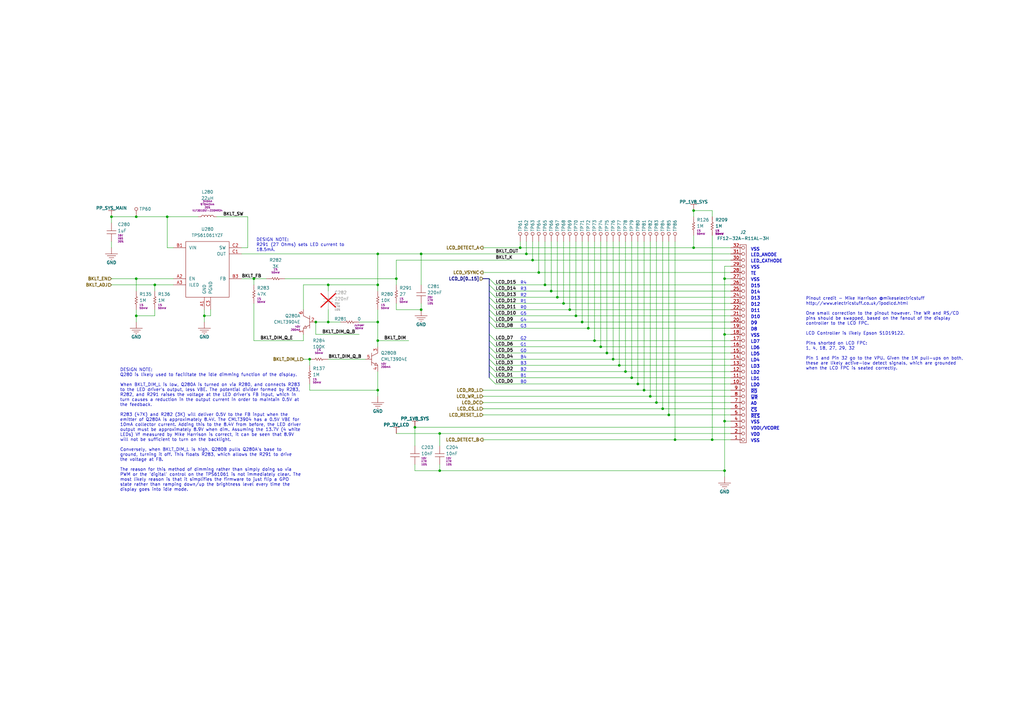
<source format=kicad_sch>
(kicad_sch (version 20231120) (generator "eeschema") (generator_version "8.0")
  (paper "A3")
  (title_block (title "iPod Video Main Board") (date "2025-04-19") (rev "A") (comment 1 "820-1975") (comment 2 "A"))
  (junction (at 154.94 116.84))
  (junction (at 180.34 177.8))
  (junction (at 172.72 127))
  (junction (at 274.32 170.18))
  (junction (at 297.18 137.16))
  (junction (at 55.88 114.3))
  (junction (at 238.76 132.08))
  (junction (at 243.84 139.7))
  (junction (at 264.16 160.02))
  (junction (at 236.22 129.54))
  (junction (at 248.92 144.78))
  (junction (at 223.52 116.84))
  (junction (at 213.36 101.6))
  (junction (at 68.58 88.9))
  (junction (at 266.7 162.56))
  (junction (at 284.48 86.36))
  (junction (at 261.62 157.48))
  (junction (at 172.72 104.14))
  (junction (at 269.24 165.1))
  (junction (at 284.48 101.6))
  (junction (at 154.94 104.14))
  (junction (at 127 147.32))
  (junction (at 162.56 114.3))
  (junction (at 129.54 132.08))
  (junction (at 246.38 142.24))
  (junction (at 63.5 116.84))
  (junction (at 218.44 106.68))
  (junction (at 297.18 172.72))
  (junction (at 254 149.86))
  (junction (at 55.88 88.9))
  (junction (at 241.3 134.62))
  (junction (at 215.9 104.14))
  (junction (at 55.88 129.54))
  (junction (at 256.54 152.4))
  (junction (at 45.72 88.9))
  (junction (at 271.78 167.64))
  (junction (at 259.08 154.94))
  (junction (at 276.86 180.34))
  (junction (at 134.62 116.84))
  (junction (at 154.94 132.08))
  (junction (at 154.94 139.7))
  (junction (at 134.62 132.08))
  (junction (at 154.94 160.02))
  (junction (at 83.82 129.54))
  (junction (at 228.6 121.92))
  (junction (at 180.34 193.04))
  (junction (at 104.14 114.3))
  (junction (at 220.98 111.76))
  (junction (at 292.1 180.34))
  (junction (at 297.18 114.3))
  (junction (at 231.14 124.46))
  (junction (at 170.18 175.26))
  (junction (at 251.46 147.32))
  (junction (at 233.68 127))
  (junction (at 226.06 119.38))
  (junction (at 297.18 193.04))
  (bus_entry (at 203.2 127) (size -2.54 -2.54))
  (bus_entry (at 203.2 157.48) (size -2.54 -2.54))
  (bus_entry (at 203.2 116.84) (size -2.54 -2.54))
  (bus_entry (at 203.2 121.92) (size -2.54 -2.54))
  (bus_entry (at 203.2 129.54) (size -2.54 -2.54))
  (bus_entry (at 203.2 124.46) (size -2.54 -2.54))
  (bus_entry (at 203.2 134.62) (size -2.54 -2.54))
  (bus_entry (at 203.2 154.94) (size -2.54 -2.54))
  (bus_entry (at 203.2 144.78) (size -2.54 -2.54))
  (bus_entry (at 203.2 132.08) (size -2.54 -2.54))
  (bus_entry (at 203.2 139.7) (size -2.54 -2.54))
  (bus_entry (at 203.2 152.4) (size -2.54 -2.54))
  (bus_entry (at 203.2 142.24) (size -2.54 -2.54))
  (bus_entry (at 203.2 149.86) (size -2.54 -2.54))
  (bus_entry (at 203.2 119.38) (size -2.54 -2.54))
  (bus_entry (at 203.2 147.32) (size -2.54 -2.54))
  (wire (pts (xy 45.72 116.84) (xy 63.5 116.84)))
  (wire (pts (xy 203.2 154.94) (xy 259.08 154.94)))
  (wire (pts (xy 215.9 104.14) (xy 299.72 104.14)))
  (wire (pts (xy 134.62 132.08) (xy 139.7 132.08)))
  (wire (pts (xy 241.3 99.06) (xy 241.3 134.62)))
  (wire (pts (xy 203.2 139.7) (xy 243.84 139.7)))
  (wire (pts (xy 243.84 99.06) (xy 243.84 139.7)))
  (wire (pts (xy 129.54 137.16) (xy 129.54 132.08)))
  (wire (pts (xy 256.54 152.4) (xy 299.72 152.4)))
  (wire (pts (xy 223.52 116.84) (xy 299.72 116.84)))
  (wire (pts (xy 203.2 147.32) (xy 251.46 147.32)))
  (wire (pts (xy 246.38 142.24) (xy 299.72 142.24)))
  (wire (pts (xy 223.52 99.06) (xy 223.52 116.84)))
  (wire (pts (xy 170.18 175.26) (xy 299.72 175.26)))
  (wire (pts (xy 104.14 114.3) (xy 109.22 114.3)))
  (wire (pts (xy 261.62 99.06) (xy 261.62 157.48)))
  (wire (pts (xy 180.34 177.8) (xy 299.72 177.8)))
  (wire (pts (xy 266.7 99.06) (xy 266.7 162.56)))
  (wire (pts (xy 124.46 116.84) (xy 134.62 116.84)))
  (wire (pts (xy 180.34 193.04) (xy 297.18 193.04)))
  (wire (pts (xy 297.18 114.3) (xy 297.18 137.16)))
  (bus (pts (xy 200.66 152.4) (xy 200.66 154.94)))
  (wire (pts (xy 203.2 127) (xy 233.68 127)))
  (wire (pts (xy 271.78 99.06) (xy 271.78 167.64)))
  (wire (pts (xy 228.6 121.92) (xy 299.72 121.92)))
  (wire (pts (xy 233.68 99.06) (xy 233.68 127)))
  (wire (pts (xy 198.12 180.34) (xy 276.86 180.34)))
  (wire (pts (xy 162.56 127) (xy 172.72 127)))
  (wire (pts (xy 297.18 109.22) (xy 297.18 114.3)))
  (wire (pts (xy 203.2 124.46) (xy 231.14 124.46)))
  (wire (pts (xy 127 147.32) (xy 127 149.86)))
  (wire (pts (xy 284.48 88.9) (xy 284.48 86.36)))
  (wire (pts (xy 203.2 129.54) (xy 236.22 129.54)))
  (wire (pts (xy 236.22 129.54) (xy 299.72 129.54)))
  (wire (pts (xy 231.14 124.46) (xy 299.72 124.46)))
  (wire (pts (xy 198.12 101.6) (xy 213.36 101.6)))
  (wire (pts (xy 154.94 162.56) (xy 154.94 160.02)))
  (wire (pts (xy 299.72 180.34) (xy 292.1 180.34)))
  (wire (pts (xy 213.36 101.6) (xy 284.48 101.6)))
  (wire (pts (xy 297.18 137.16) (xy 299.72 137.16)))
  (wire (pts (xy 45.72 88.9) (xy 55.88 88.9)))
  (wire (pts (xy 162.56 106.68) (xy 162.56 114.3)))
  (wire (pts (xy 226.06 99.06) (xy 226.06 119.38)))
  (wire (pts (xy 71.12 101.6) (xy 68.58 101.6)))
  (wire (pts (xy 226.06 119.38) (xy 299.72 119.38)))
  (wire (pts (xy 203.2 121.92) (xy 228.6 121.92)))
  (wire (pts (xy 198.12 170.18) (xy 274.32 170.18)))
  (wire (pts (xy 162.56 177.8) (xy 180.34 177.8)))
  (wire (pts (xy 88.9 88.9) (xy 101.6 88.9)))
  (wire (pts (xy 99.06 104.14) (xy 154.94 104.14)))
  (bus (pts (xy 200.66 114.3) (xy 200.66 116.84)))
  (wire (pts (xy 198.12 160.02) (xy 264.16 160.02)))
  (wire (pts (xy 284.48 101.6) (xy 299.72 101.6)))
  (bus (pts (xy 200.66 152.4) (xy 200.66 149.86)))
  (wire (pts (xy 248.92 99.06) (xy 248.92 144.78)))
  (wire (pts (xy 134.62 147.32) (xy 149.86 147.32)))
  (wire (pts (xy 243.84 139.7) (xy 299.72 139.7)))
  (wire (pts (xy 198.12 111.76) (xy 220.98 111.76)))
  (wire (pts (xy 170.18 175.26) (xy 170.18 182.88)))
  (wire (pts (xy 269.24 99.06) (xy 269.24 165.1)))
  (wire (pts (xy 127 160.02) (xy 154.94 160.02)))
  (wire (pts (xy 104.14 114.3) (xy 104.14 116.84)))
  (wire (pts (xy 264.16 160.02) (xy 299.72 160.02)))
  (wire (pts (xy 203.2 116.84) (xy 223.52 116.84)))
  (wire (pts (xy 297.18 114.3) (xy 299.72 114.3)))
  (wire (pts (xy 213.36 99.06) (xy 213.36 101.6)))
  (bus (pts (xy 200.66 137.16) (xy 200.66 139.7)))
  (wire (pts (xy 104.14 114.3) (xy 99.06 114.3)))
  (wire (pts (xy 170.18 193.04) (xy 180.34 193.04)))
  (wire (pts (xy 134.62 116.84) (xy 154.94 116.84)))
  (wire (pts (xy 264.16 99.06) (xy 264.16 160.02)))
  (wire (pts (xy 55.88 88.9) (xy 68.58 88.9)))
  (wire (pts (xy 147.32 137.16) (xy 129.54 137.16)))
  (bus (pts (xy 200.66 142.24) (xy 200.66 144.78)))
  (wire (pts (xy 228.6 99.06) (xy 228.6 121.92)))
  (bus (pts (xy 200.66 119.38) (xy 200.66 116.84)))
  (wire (pts (xy 154.94 104.14) (xy 154.94 116.84)))
  (wire (pts (xy 129.54 132.08) (xy 134.62 132.08)))
  (wire (pts (xy 45.72 91.44) (xy 45.72 88.9)))
  (bus (pts (xy 200.66 142.24) (xy 200.66 139.7)))
  (bus (pts (xy 200.66 137.16) (xy 200.66 132.08)))
  (wire (pts (xy 154.94 139.7) (xy 167.64 139.7)))
  (bus (pts (xy 200.66 129.54) (xy 200.66 132.08)))
  (wire (pts (xy 198.12 162.56) (xy 266.7 162.56)))
  (wire (pts (xy 274.32 170.18) (xy 299.72 170.18)))
  (wire (pts (xy 101.6 101.6) (xy 101.6 88.9)))
  (wire (pts (xy 147.32 132.08) (xy 154.94 132.08)))
  (wire (pts (xy 154.94 127) (xy 154.94 132.08)))
  (wire (pts (xy 231.14 99.06) (xy 231.14 124.46)))
  (bus (pts (xy 200.66 121.92) (xy 200.66 124.46)))
  (wire (pts (xy 259.08 154.94) (xy 299.72 154.94)))
  (wire (pts (xy 55.88 114.3) (xy 71.12 114.3)))
  (wire (pts (xy 172.72 104.14) (xy 172.72 116.84)))
  (wire (pts (xy 238.76 99.06) (xy 238.76 132.08)))
  (wire (pts (xy 297.18 193.04) (xy 297.18 195.58)))
  (wire (pts (xy 233.68 127) (xy 299.72 127)))
  (wire (pts (xy 251.46 147.32) (xy 299.72 147.32)))
  (wire (pts (xy 63.5 127) (xy 63.5 129.54)))
  (wire (pts (xy 266.7 162.56) (xy 299.72 162.56)))
  (wire (pts (xy 284.48 86.36) (xy 292.1 86.36)))
  (wire (pts (xy 180.34 190.5) (xy 180.34 193.04)))
  (wire (pts (xy 162.56 106.68) (xy 218.44 106.68)))
  (wire (pts (xy 284.48 96.52) (xy 284.48 101.6)))
  (wire (pts (xy 198.12 167.64) (xy 271.78 167.64)))
  (wire (pts (xy 203.2 142.24) (xy 246.38 142.24)))
  (wire (pts (xy 248.92 144.78) (xy 299.72 144.78)))
  (wire (pts (xy 68.58 101.6) (xy 68.58 88.9)))
  (wire (pts (xy 238.76 132.08) (xy 299.72 132.08)))
  (wire (pts (xy 162.56 127) (xy 162.56 124.46)))
  (wire (pts (xy 86.36 127) (xy 86.36 129.54)))
  (wire (pts (xy 259.08 99.06) (xy 259.08 154.94)))
  (wire (pts (xy 134.62 127) (xy 134.62 132.08)))
  (wire (pts (xy 63.5 116.84) (xy 71.12 116.84)))
  (wire (pts (xy 203.2 144.78) (xy 248.92 144.78)))
  (wire (pts (xy 124.46 147.32) (xy 127 147.32)))
  (wire (pts (xy 261.62 157.48) (xy 299.72 157.48)))
  (wire (pts (xy 241.3 134.62) (xy 299.72 134.62)))
  (wire (pts (xy 297.18 172.72) (xy 299.72 172.72)))
  (wire (pts (xy 203.2 119.38) (xy 226.06 119.38)))
  (wire (pts (xy 276.86 180.34) (xy 292.1 180.34)))
  (wire (pts (xy 256.54 99.06) (xy 256.54 152.4)))
  (wire (pts (xy 299.72 109.22) (xy 297.18 109.22)))
  (bus (pts (xy 200.66 127) (xy 200.66 124.46)))
  (bus (pts (xy 198.12 114.3) (xy 200.66 114.3)))
  (wire (pts (xy 83.82 129.54) (xy 83.82 132.08)))
  (wire (pts (xy 170.18 190.5) (xy 170.18 193.04)))
  (wire (pts (xy 251.46 99.06) (xy 251.46 147.32)))
  (wire (pts (xy 198.12 165.1) (xy 269.24 165.1)))
  (wire (pts (xy 297.18 137.16) (xy 297.18 172.72)))
  (wire (pts (xy 55.88 114.3) (xy 55.88 119.38)))
  (wire (pts (xy 203.2 132.08) (xy 238.76 132.08)))
  (wire (pts (xy 99.06 101.6) (xy 101.6 101.6)))
  (wire (pts (xy 254 149.86) (xy 299.72 149.86)))
  (wire (pts (xy 218.44 99.06) (xy 218.44 106.68)))
  (wire (pts (xy 116.84 114.3) (xy 162.56 114.3)))
  (wire (pts (xy 292.1 88.9) (xy 292.1 86.36)))
  (wire (pts (xy 63.5 119.38) (xy 63.5 116.84)))
  (bus (pts (xy 200.66 147.32) (xy 200.66 144.78)))
  (bus (pts (xy 200.66 119.38) (xy 200.66 121.92)))
  (wire (pts (xy 45.72 114.3) (xy 55.88 114.3)))
  (wire (pts (xy 203.2 134.62) (xy 241.3 134.62)))
  (wire (pts (xy 203.2 157.48) (xy 261.62 157.48)))
  (wire (pts (xy 127 157.48) (xy 127 160.02)))
  (bus (pts (xy 200.66 127) (xy 200.66 129.54)))
  (wire (pts (xy 271.78 167.64) (xy 299.72 167.64)))
  (wire (pts (xy 215.9 99.06) (xy 215.9 104.14)))
  (wire (pts (xy 236.22 99.06) (xy 236.22 129.54)))
  (wire (pts (xy 180.34 177.8) (xy 180.34 182.88)))
  (wire (pts (xy 124.46 127) (xy 124.46 116.84)))
  (wire (pts (xy 45.72 101.6) (xy 45.72 99.06)))
  (wire (pts (xy 154.94 160.02) (xy 154.94 152.4)))
  (wire (pts (xy 55.88 127) (xy 55.88 129.54)))
  (wire (pts (xy 292.1 96.52) (xy 292.1 180.34)))
  (wire (pts (xy 154.94 104.14) (xy 172.72 104.14)))
  (wire (pts (xy 55.88 129.54) (xy 55.88 132.08)))
  (wire (pts (xy 154.94 142.24) (xy 154.94 139.7)))
  (wire (pts (xy 154.94 116.84) (xy 154.94 119.38)))
  (bus (pts (xy 200.66 147.32) (xy 200.66 149.86)))
  (wire (pts (xy 154.94 139.7) (xy 154.94 132.08)))
  (wire (pts (xy 274.32 99.06) (xy 274.32 170.18)))
  (wire (pts (xy 134.62 116.84) (xy 134.62 119.38)))
  (wire (pts (xy 63.5 129.54) (xy 55.88 129.54)))
  (wire (pts (xy 276.86 99.06) (xy 276.86 180.34)))
  (wire (pts (xy 297.18 172.72) (xy 297.18 193.04)))
  (wire (pts (xy 220.98 99.06) (xy 220.98 111.76)))
  (wire (pts (xy 218.44 106.68) (xy 299.72 106.68)))
  (wire (pts (xy 104.14 124.46) (xy 104.14 139.7)))
  (wire (pts (xy 203.2 152.4) (xy 256.54 152.4)))
  (wire (pts (xy 68.58 88.9) (xy 81.28 88.9)))
  (wire (pts (xy 104.14 139.7) (xy 124.46 139.7)))
  (wire (pts (xy 254 99.06) (xy 254 149.86)))
  (wire (pts (xy 220.98 111.76) (xy 299.72 111.76)))
  (wire (pts (xy 203.2 149.86) (xy 254 149.86)))
  (wire (pts (xy 269.24 165.1) (xy 299.72 165.1)))
  (wire (pts (xy 83.82 127) (xy 83.82 129.54)))
  (wire (pts (xy 162.56 114.3) (xy 162.56 116.84)))
  (wire (pts (xy 83.82 129.54) (xy 86.36 129.54)))
  (wire (pts (xy 246.38 99.06) (xy 246.38 142.24)))
  (wire (pts (xy 172.72 127) (xy 172.72 124.46)))
  (wire (pts (xy 124.46 137.16) (xy 124.46 139.7)))
  (wire (pts (xy 172.72 104.14) (xy 215.9 104.14)))
  (text_box "DESIGN NOTE:\nQ280 is likely used to facilitate the idle dimming function of the display.\n\nWhen BKLT_DIM_L is low, Q280A is turned on via R280, and connects R283 to the LED driver's output, less VBE. The potential divider formed by R283, R282, and R291 raises the voltage at the LED driver's FB input, which in turn causes a reduction in the output current in order to maintain 0.5V at the feedback.\n\nR283 (${36b07db2-e0b9-4f2c-9d8d-97ddb66bff3a:VALUE}) and R282 (${9f4fd8ef-170d-4cdb-8eee-dacc52956a8b:VALUE}) will deliver 0.5V to the FB input when the emitter of Q280A is approximately 8.4V. The CMLT3904 has a 0.5V VBE for 10mA collector current. Adding this to the 8.4V from before, the LED driver output must be approximately 8.9V when dim. Assuming the 13.7V (4 white LEDs) Vf measured by MIke Harrison is correct, it can be seen that 8.9V will not be sufficient to turn on the backlight.\n\nConversely, when BKLT_DIM_L is high, Q280B pulls Q280A's base to ground, turning it off. This floats R283, which allows the R291 to drive the voltage at FB.\n\nThe reason for this method of dimming rather than simply doing so via PWM or the 'digital' control on the TPS61061 is not immediately clear. The most likely reason is that it simplifies the firmware to just flip a GPO state rather than ramping down/up the brightness level every time the display goes into idle mode.\n" (at 48.26 149.86 0) (size 76.2 45.72) (stroke (width -0.0001)) (effects (font (size 1.27 1.27)) (justify left top)))
  (text_box "DESIGN NOTE:\nR291 (${a67e2e95-2b8c-4bd2-98c8-8421fd66347b:VALUE} Ohms) sets LED current to 18.5mA." (at 104.14 96.52 0) (size 38.1 5.08) (stroke (width -0.0001)) (effects (font (size 1.27 1.27)) (justify left top)))
  (text "LED_CATHODE" (at 307.848 107.188 0) (effects (font (size 1.27 1.27) (thickness 0.254) (bold yes)) (justify left)))
  (text "B3" (at 213.36 149.86 0) (effects (font (size 1.27 1.27)) (justify left bottom)))
  (text "G2" (at 213.36 139.7 0) (effects (font (size 1.27 1.27)) (justify left bottom)))
  (text "VSS" (at 307.848 173.228 0) (effects (font (size 1.27 1.27) (thickness 0.254) (bold yes)) (justify left)))
  (text "D11" (at 307.848 127.508 0) (effects (font (size 1.27 1.27) (thickness 0.254) (bold yes)) (justify left)))
  (text "G4" (at 213.36 132.08 0) (effects (font (size 1.27 1.27)) (justify left bottom)))
  (text "TE" (at 307.848 112.268 0) (effects (font (size 1.27 1.27) (thickness 0.254) (bold yes)) (justify left)))
  (text "D9" (at 307.848 132.588 0) (effects (font (size 1.27 1.27) (thickness 0.254) (bold yes)) (justify left)))
  (text "G0" (at 213.36 144.78 0) (effects (font (size 1.27 1.27)) (justify left bottom)))
  (text "~{WR}" (at 307.848 163.322 0) (effects (font (size 1.27 1.27) (thickness 0.254) (bold yes)) (justify left)))
  (text "R1" (at 213.36 124.46 0) (effects (font (size 1.27 1.27)) (justify left bottom)))
  (text "G1" (at 213.36 142.24 0) (effects (font (size 1.27 1.27)) (justify left bottom)))
  (text "B4" (at 213.36 147.32 0) (effects (font (size 1.27 1.27)) (justify left bottom)))
  (text "~{CS}" (at 307.848 168.402 0) (effects (font (size 1.27 1.27) (thickness 0.254) (bold yes)) (justify left)))
  (text "LED_ANODE" (at 307.848 104.648 0) (effects (font (size 1.27 1.27) (thickness 0.254) (bold yes)) (justify left)))
  (text "D12" (at 307.848 124.968 0) (effects (font (size 1.27 1.27) (thickness 0.254) (bold yes)) (justify left)))
  (text "~{RES}" (at 307.848 170.942 0) (effects (font (size 1.27 1.27) (thickness 0.254) (bold yes)) (justify left)))
  (text "B2" (at 213.36 152.4 0) (effects (font (size 1.27 1.27)) (justify left bottom)))
  (text "LD1" (at 307.848 155.448 0) (effects (font (size 1.27 1.27) (thickness 0.254) (bold yes)) (justify left)))
  (text "LD5" (at 307.848 145.288 0) (effects (font (size 1.27 1.27) (thickness 0.254) (bold yes)) (justify left)))
  (text "VSS" (at 307.848 102.362 0) (effects (font (size 1.27 1.27) (thickness 0.254) (bold yes)) (justify left)))
  (text "LD4" (at 307.848 147.828 0) (effects (font (size 1.27 1.27) (thickness 0.254) (bold yes)) (justify left)))
  (text "B0" (at 213.36 157.48 0) (effects (font (size 1.27 1.27)) (justify left bottom)))
  (text "VDD" (at 307.848 178.308 0) (effects (font (size 1.27 1.27) (thickness 0.254) (bold yes)) (justify left)))
  (text "G3" (at 213.36 134.62 0) (effects (font (size 1.27 1.27)) (justify left bottom)))
  (text "R0" (at 213.36 127 0) (effects (font (size 1.27 1.27)) (justify left bottom)))
  (text "R3" (at 213.36 119.38 0) (effects (font (size 1.27 1.27)) (justify left bottom)))
  (text "LD2" (at 307.848 152.908 0) (effects (font (size 1.27 1.27) (thickness 0.254) (bold yes)) (justify left)))
  (text "D13" (at 307.848 122.428 0) (effects (font (size 1.27 1.27) (thickness 0.254) (bold yes)) (justify left)))
  (text "VSS" (at 307.848 109.728 0) (effects (font (size 1.27 1.27) (thickness 0.254) (bold yes)) (justify left)))
  (text "Pinout credit - Mike Harrison @mikeselectricstuff\nhttp://www.electricstuff.co.uk/ipodlcd.html\n\nOne small correction to the pinout however. The WR and RS/CD\npins should be swapped, based on the fanout of the display\ncontroller to the LCD FPC.\n\nLCD Controller is likely Epson S1D19122.\n\nPins shorted on LCD FPC:\n1, 4, 18, 27, 29, 32\n\nPin 1 and Pin 32 go to the VPU. Given the 1M pull-ups on both,\nthese are likely active-low detect signals, which are grounded\nwhen the LCD FPC is seated correctly." (at 330.454 151.892 0) (effects (font (size 1.27 1.27)) (justify left bottom)))
  (text "G5" (at 213.36 129.54 0) (effects (font (size 1.27 1.27)) (justify left bottom)))
  (text "D8" (at 307.848 135.128 0) (effects (font (size 1.27 1.27) (thickness 0.254) (bold yes)) (justify left)))
  (text "VDDI/VCORE" (at 307.848 175.768 0) (effects (font (size 1.27 1.27) (thickness 0.254) (bold yes)) (justify left)))
  (text "VSS" (at 307.848 180.848 0) (effects (font (size 1.27 1.27) (thickness 0.254) (bold yes)) (justify left)))
  (text "D10" (at 307.848 130.048 0) (effects (font (size 1.27 1.27) (thickness 0.254) (bold yes)) (justify left)))
  (text "~{RD}" (at 307.848 160.782 0) (effects (font (size 1.27 1.27) (thickness 0.254) (bold yes)) (justify left)))
  (text "VSS" (at 307.848 137.668 0) (effects (font (size 1.27 1.27) (thickness 0.254) (bold yes)) (justify left)))
  (text "B1" (at 213.36 154.94 0) (effects (font (size 1.27 1.27)) (justify left bottom)))
  (text "LD0" (at 307.848 157.988 0) (effects (font (size 1.27 1.27) (thickness 0.254) (bold yes)) (justify left)))
  (text "VSS" (at 307.848 114.808 0) (effects (font (size 1.27 1.27) (thickness 0.254) (bold yes)) (justify left)))
  (text "D14" (at 307.848 119.888 0) (effects (font (size 1.27 1.27) (thickness 0.254) (bold yes)) (justify left)))
  (text "R2" (at 213.36 121.92 0) (effects (font (size 1.27 1.27)) (justify left bottom)))
  (text "A0" (at 307.848 165.608 0) (effects (font (size 1.27 1.27) (thickness 0.254) (bold yes)) (justify left)))
  (text "D15" (at 307.848 117.348 0) (effects (font (size 1.27 1.27) (thickness 0.254) (bold yes)) (justify left)))
  (text "LD7" (at 307.848 140.208 0) (effects (font (size 1.27 1.27) (thickness 0.254) (bold yes)) (justify left)))
  (text "R4" (at 213.36 116.84 0) (effects (font (size 1.27 1.27)) (justify left bottom)))
  (text "LD3" (at 307.848 150.368 0) (effects (font (size 1.27 1.27) (thickness 0.254) (bold yes)) (justify left)))
  (text "LD6" (at 307.848 142.748 0) (effects (font (size 1.27 1.27) (thickness 0.254) (bold yes)) (justify left)))
  (label "LCD_D3" (at 203.2 149.86 0) (effects (font (thickness 0.254) (bold yes))))
  (label "LCD_D13" (at 203.2 121.92 0) (effects (font (thickness 0.254) (bold yes))))
  (label "LCD_D6" (at 203.2 142.24 0) (effects (font (thickness 0.254) (bold yes))))
  (label "LCD_D5" (at 203.2 144.78 0) (effects (font (thickness 0.254) (bold yes))))
  (label "LCD_D1" (at 203.2 154.94 0) (effects (font (thickness 0.254) (bold yes))))
  (label "BKLT_OUT" (at 203.2 104.14 0) (effects (font (thickness 0.254) (bold yes))))
  (label "LCD_D12" (at 203.2 124.46 0) (effects (font (thickness 0.254) (bold yes))))
  (label "BKLT_DIM" (at 157.48 139.7 0) (effects (font (thickness 0.254) (bold yes))))
  (label "LCD_D14" (at 203.2 119.38 0) (effects (font (thickness 0.254) (bold yes))))
  (label "BKLT_FB" (at 99.06 114.3 0) (effects (font (thickness 0.254) (bold yes))))
  (label "BKLT_DIM_Q_E" (at 106.68 139.7 0) (effects (font (thickness 0.254) (bold yes))))
  (label "LCD_D4" (at 203.2 147.32 0) (effects (font (thickness 0.254) (bold yes))))
  (label "BKLT_DIM_Q_B" (at 132.08 137.16 0) (effects (font (thickness 0.254) (bold yes))))
  (label "LCD_D7" (at 203.2 139.7 0) (effects (font (thickness 0.254) (bold yes))))
  (label "LCD_D0" (at 203.2 157.48 0) (effects (font (thickness 0.254) (bold yes))))
  (label "LCD_D10" (at 203.2 129.54 0) (effects (font (thickness 0.254) (bold yes))))
  (label "LCD_D11" (at 203.2 127 0) (effects (font (thickness 0.254) (bold yes))))
  (label "BKLT_K" (at 203.2 106.68 0) (effects (font (thickness 0.254) (bold yes))))
  (label "BKLT_SW" (at 91.44 88.9 0) (effects (font (thickness 0.254) (bold yes))))
  (label "LCD_D2" (at 203.2 152.4 0) (effects (font (thickness 0.254) (bold yes))))
  (label "LCD_D8" (at 203.2 134.62 0) (effects (font (thickness 0.254) (bold yes))))
  (label "LCD_D15" (at 203.2 116.84 0) (effects (font (thickness 0.254) (bold yes))))
  (label "LCD_D9" (at 203.2 132.08 0) (effects (font (thickness 0.254) (bold yes))))
  (label "BKLT_DIM_Q_B" (at 134.62 147.32 0) (effects (font (thickness 0.254) (bold yes))))
  (hierarchical_label "LCD_DETECT_A" (shape output) (at 198.12 101.6 180) (effects (font (bold yes))))
  (hierarchical_label "LCD_WR_L" (shape input) (at 198.12 162.56 180) (effects (font (bold yes))))
  (hierarchical_label "BKLT_ADJ" (shape input) (at 45.72 116.84 180) (effects (font (bold yes))))
  (hierarchical_label "LCD_DC" (shape input) (at 198.12 165.1 180) (effects (font (bold yes))))
  (hierarchical_label "BKLT_EN" (shape input) (at 45.72 114.3 180) (effects (font (bold yes))))
  (hierarchical_label "LCD_VSYNC" (shape output) (at 198.12 111.76 180) (effects (font (bold yes))))
  (hierarchical_label "BKLT_DIM_L" (shape input) (at 124.46 147.32 180) (effects (font (bold yes))))
  (hierarchical_label "LCD_DETECT_B" (shape output) (at 198.12 180.34 180) (effects (font (bold yes))))
  (hierarchical_label "LCD_D[0..15]" (shape input) (at 198.12 114.3 180) (effects (font (bold yes))))
  (hierarchical_label "LCD_CS_L" (shape input) (at 198.12 167.64 180) (effects (font (bold yes))))
  (hierarchical_label "LCD_RD_L" (shape input) (at 198.12 160.02 180) (effects (font (bold yes))))
  (hierarchical_label "LCD_RESET_L" (shape input) (at 198.12 170.18 180) (effects (font (bold yes))))
  (symbol (lib_id "820-1975:Capacitors-0201/CAP-0201-000005") (at 180.34 182.88 0) (unit 1)
    (property "Reference" "C204" (at 182.88 183.515 0) (effects (justify left)))
    (property "Value" "10nF" (at 182.88 186.055 0) (effects (justify left)))
    (property "Footprint" "820-1975_Footprints:MLCC-0201" (effects (hide yes)))
    (property "Voltage" "10V" (at 182.88 187.96 0) (effects (font (size 0.762 0.762)) (justify left)))
    (property "Dielectric" "X7R" (at 182.88 189.23 0) (effects (font (size 0.762 0.762)) (justify left)))
    (property "Tolerance" "10%" (at 182.88 190.5 0) (effects (font (size 0.762 0.762)) (justify left)))
    (property "Manufacturer" "Murata" (effects (hide yes)))
    (property "Manufacturer Part Number" "GRM033R71A103KA01D" (effects (hide yes)))
  )
  (symbol (lib_id "820-1975:Resistors-0201/RES-0201-000037") (at 55.88 119.38 0) (unit 1)
    (property "Reference" "R135" (at 57.15 120.65 0) (effects (justify left)))
    (property "Value" "1M" (at 57.15 123.19 0) (effects (justify left)))
    (property "Footprint" "820-1975_Footprints:RES-0201" (effects (hide yes)))
    (property "Tolerance" "1%" (at 57.15 125.095 0) (effects (font (size 0.762 0.762)) (justify left)))
    (property "Power" "50mW" (at 57.15 126.365 0) (effects (font (size 0.762 0.762)) (justify left)))
    (property "Manufacturer" "Vishay Dale" (effects (hide yes)))
    (property "Manufacturer Part Number" "CRCW02011M00FNED" (effects (hide yes)))
  )
  (symbol (lib_id "820-1975:Resistors-0201/RES-0201-000022") (at 154.94 119.38 0) (unit 1)
    (property "Reference" "R280" (at 156.21 120.65 0) (effects (justify left)))
    (property "Value" "10K" (at 156.21 123.19 0) (effects (justify left)))
    (property "Footprint" "820-1975_Footprints:RES-0201" (effects (hide yes)))
    (property "Tolerance" "1%" (at 156.21 125.095 0) (effects (font (size 0.762 0.762)) (justify left)))
    (property "Power" "50mW" (at 156.21 126.365 0) (effects (font (size 0.762 0.762)) (justify left)))
    (property "Manufacturer" "Vishay Dale" (effects (hide yes)))
    (property "Manufacturer Part Number" "CRCW020110K0FNED" (effects (hide yes)))
  )
  (symbol (lib_id "820-1975_Symbols:GND") (at 154.94 162.56 0) (unit 1) (in_bom no) (on_board no)
    (property "Reference" "#PWR049" (effects (hide yes)))
    (property "Value" "GND" (at 154.94 168.656 0) (effects (font (bold yes))))
    (property "Description" "Ground Symbol" (effects (hide yes)))
  )
  (symbol (lib_id "820-1975_Symbols:VCC") (at 170.18 175.26 0) (unit 1) (in_bom no) (on_board no)
    (property "Reference" "#PWR0132" (effects (hide yes)))
    (property "Value" "PP_1V8_SYS" (at 170.18 171.704 0) (effects (font (bold yes))))
    (property "Description" "Power Port Symbol" (effects (hide yes)))
  )
  (symbol (lib_id "820-1975:PCB Components/TP-000000") (at 231.14 99.06 0) (unit 1)
    (property "Reference" "TP68" (at 231.14 94.996 90) (effects (justify left)))
    (property "Value" "TP" (effects (hide yes)))
    (property "Footprint" "820-1975_Footprints:TP-SMT" (effects (hide yes)))
    (property "Description" "TESTPOINT SMT" (effects (hide yes)))
  )
  (symbol (lib_id "820-1975_Symbols:VCC") (at 45.72 88.9 0) (unit 1) (in_bom no) (on_board no)
    (property "Reference" "#PWR0142" (effects (hide yes)))
    (property "Value" "PP_SYS_MAIN" (at 45.72 85.344 0) (effects (font (bold yes))))
    (property "Description" "Power Port Symbol" (effects (hide yes)))
  )
  (symbol (lib_id "820-1975:PCB Components/TP-000000") (at 269.24 99.06 0) (unit 1)
    (property "Reference" "TP83" (at 269.24 94.996 90) (effects (justify left)))
    (property "Value" "TP" (effects (hide yes)))
    (property "Footprint" "820-1975_Footprints:TP-SMT" (effects (hide yes)))
    (property "Description" "TESTPOINT SMT" (effects (hide yes)))
  )
  (symbol (lib_id "820-1975:PCB Components/TP-000000") (at 243.84 99.06 0) (unit 1)
    (property "Reference" "TP73" (at 243.84 94.996 90) (effects (justify left)))
    (property "Value" "TP" (effects (hide yes)))
    (property "Footprint" "820-1975_Footprints:TP-SMT" (effects (hide yes)))
    (property "Description" "TESTPOINT SMT" (effects (hide yes)))
  )
  (symbol (lib_id "820-1975_Symbols:GND") (at 45.72 101.6 0) (unit 1) (in_bom no) (on_board no)
    (property "Reference" "#PWR015" (effects (hide yes)))
    (property "Value" "GND" (at 45.72 107.696 0) (effects (font (bold yes))))
    (property "Description" "Ground Symbol" (effects (hide yes)))
  )
  (symbol (lib_id "820-1975:Resistors-0201/RES-0201-000037") (at 127 149.86 0) (unit 1)
    (property "Reference" "R137" (at 128.27 151.13 0) (effects (justify left)))
    (property "Value" "1M" (at 128.27 153.67 0) (effects (justify left)))
    (property "Footprint" "820-1975_Footprints:RES-0201" (effects (hide yes)))
    (property "Tolerance" "1%" (at 128.27 155.575 0) (effects (font (size 0.762 0.762)) (justify left)))
    (property "Power" "50mW" (at 128.27 156.845 0) (effects (font (size 0.762 0.762)) (justify left)))
    (property "Manufacturer" "Vishay Dale" (effects (hide yes)))
    (property "Manufacturer Part Number" "CRCW02011M00FNED" (effects (hide yes)))
  )
  (symbol (lib_id "820-1975:PCB Components/TP-000000") (at 218.44 99.06 0) (unit 1)
    (property "Reference" "TP63" (at 218.44 94.996 90) (effects (justify left)))
    (property "Value" "TP" (effects (hide yes)))
    (property "Footprint" "820-1975_Footprints:TP-SMT" (effects (hide yes)))
    (property "Description" "TESTPOINT SMT" (effects (hide yes)))
  )
  (symbol (lib_id "820-1975:PCB Components/TP-000000") (at 271.78 99.06 0) (unit 1)
    (property "Reference" "TP84" (at 271.78 94.996 90) (effects (justify left)))
    (property "Value" "TP" (effects (hide yes)))
    (property "Footprint" "820-1975_Footprints:TP-SMT" (effects (hide yes)))
    (property "Description" "TESTPOINT SMT" (effects (hide yes)))
  )
  (symbol (lib_id "820-1975:Resistors-0201/RES-0201-000027") (at 104.14 116.84 0) (unit 1)
    (property "Reference" "R283" (at 105.41 118.11 0) (effects (justify left)))
    (property "Value" "47K" (at 105.41 120.65 0) (effects (justify left)))
    (property "Footprint" "820-1975_Footprints:RES-0201" (effects (hide yes)))
    (property "Tolerance" "1%" (at 105.41 122.555 0) (effects (font (size 0.762 0.762)) (justify left)))
    (property "Power" "50mW" (at 105.41 123.825 0) (effects (font (size 0.762 0.762)) (justify left)))
    (property "Manufacturer" "Vishay Dale" (effects (hide yes)))
    (property "Manufacturer Part Number" "CRCW020147K0FNED" (effects (hide yes)))
  )
  (symbol (lib_id "820-1975:Connectors/CONN-000003") (at 299.72 180.34 0) (mirror x) (unit 1)
    (property "Reference" "J2" (at 304.8 95.25 0))
    (property "Value" "FF12-32A-R11AL-3H" (at 304.8 97.79 0))
    (property "Footprint" "820-1975_Footprints:FF12-32A-R11AL-3H" (effects (hide yes)))
    (property "Datasheet" "https://www.ddknet.co.jp/English/products/print/fpc-connectors/ff12/FF12_ENG.pdf" (effects (hide yes)))
    (property "Description" "CONN DDK FF12 1x35 FF12-32A-R11AL-3H" (effects (hide yes)))
    (property "Manufacturer" "DDK Ltd." (effects (hide yes)))
    (property "Manufacturer Part Number" "FF12-32A-R11AL-3H" (effects (hide yes)))
  )
  (symbol (lib_id "820-1975:PCB Components/TP-000000") (at 233.68 99.06 0) (unit 1)
    (property "Reference" "TP69" (at 233.68 94.996 90) (effects (justify left)))
    (property "Value" "TP" (effects (hide yes)))
    (property "Footprint" "820-1975_Footprints:TP-SMT" (effects (hide yes)))
    (property "Description" "TESTPOINT SMT" (effects (hide yes)))
  )
  (symbol (lib_id "820-1975:PCB Components/TP-000000") (at 266.7 99.06 0) (unit 1)
    (property "Reference" "TP82" (at 266.7 94.996 90) (effects (justify left)))
    (property "Value" "TP" (effects (hide yes)))
    (property "Footprint" "820-1975_Footprints:TP-SMT" (effects (hide yes)))
    (property "Description" "TESTPOINT SMT" (effects (hide yes)))
  )
  (symbol (lib_id "820-1975_Symbols:GND") (at 55.88 132.08 0) (unit 1) (in_bom no) (on_board no)
    (property "Reference" "#PWR013" (effects (hide yes)))
    (property "Value" "GND" (at 55.88 138.176 0) (effects (font (bold yes))))
    (property "Description" "Ground Symbol" (effects (hide yes)))
  )
  (symbol (lib_id "820-1975:Resistors-0201/RES-0201-000037") (at 284.48 88.9 0) (unit 1)
    (property "Reference" "R126" (at 285.75 90.17 0) (effects (justify left)))
    (property "Value" "1M" (at 285.75 92.71 0) (effects (justify left)))
    (property "Footprint" "820-1975_Footprints:RES-0201" (effects (hide yes)))
    (property "Tolerance" "1%" (at 285.75 94.615 0) (effects (font (size 0.762 0.762)) (justify left)))
    (property "Power" "50mW" (at 285.75 95.885 0) (effects (font (size 0.762 0.762)) (justify left)))
    (property "Manufacturer" "Vishay Dale" (effects (hide yes)))
    (property "Manufacturer Part Number" "CRCW02011M00FNED" (effects (hide yes)))
  )
  (symbol (lib_id "820-1975:PCB Components/TP-000000") (at 256.54 99.06 0) (unit 1)
    (property "Reference" "TP78" (at 256.54 94.996 90) (effects (justify left)))
    (property "Value" "TP" (effects (hide yes)))
    (property "Footprint" "820-1975_Footprints:TP-SMT" (effects (hide yes)))
    (property "Description" "TESTPOINT SMT" (effects (hide yes)))
  )
  (symbol (lib_id "820-1975:Resistors-0201/RES-0201-000030") (at 127 147.32 90) (unit 1)
    (property "Reference" "R284" (at 130.81 139.7 90))
    (property "Value" "100K" (at 130.81 142.24 90))
    (property "Footprint" "820-1975_Footprints:RES-0201" (effects (hide yes)))
    (property "Tolerance" "1%" (at 130.81 143.51 90) (effects (font (size 0.762 0.762))))
    (property "Power" "50mW" (at 130.81 144.78 90) (effects (font (size 0.762 0.762))))
    (property "Manufacturer" "Vishay Dale" (effects (hide yes)))
    (property "Manufacturer Part Number" "CRCW0201100KFNED" (effects (hide yes)))
  )
  (symbol (lib_id "820-1975:PCB Components/TP-000000") (at 251.46 99.06 0) (unit 1)
    (property "Reference" "TP76" (at 251.46 94.996 90) (effects (justify left)))
    (property "Value" "TP" (effects (hide yes)))
    (property "Footprint" "820-1975_Footprints:TP-SMT" (effects (hide yes)))
    (property "Description" "TESTPOINT SMT" (effects (hide yes)))
  )
  (symbol (lib_id "820-1975_Symbols:GND") (at 297.18 195.58 0) (unit 1) (in_bom no) (on_board no)
    (property "Reference" "#PWR033" (effects (hide yes)))
    (property "Value" "GND" (at 297.18 201.676 0) (effects (font (bold yes))))
    (property "Description" "Ground Symbol" (effects (hide yes)))
  )
  (symbol (lib_id "820-1975:ICs/IC-000004") (at 76.2 99.06 0) (unit 1)
    (property "Reference" "U280" (at 85.09 93.98 0))
    (property "Value" "TPS61061YZF" (at 85.09 96.52 0))
    (property "Footprint" "820-1975_Footprints:TI-S-XBGA-N8" (effects (hide yes)))
    (property "Datasheet" "https://www.ti.com/lit/ds/symlink/tps61061.pdf" (effects (hide yes)))
    (property "Manufacturer" "Texas Instruments" (effects (hide yes)))
    (property "Manufacturer Part Number" "TPS61061YZF" (effects (hide yes)))
  )
  (symbol (lib_id "820-1975_Symbols:GND") (at 83.82 132.08 0) (unit 1) (in_bom no) (on_board no)
    (property "Reference" "#PWR014" (effects (hide yes)))
    (property "Value" "GND" (at 83.82 138.176 0) (effects (font (bold yes))))
    (property "Description" "Ground Symbol" (effects (hide yes)))
  )
  (symbol (lib_id "820-1975:Transistors/Q-000005") (at 154.94 142.24 0) (unit 2)
    (property "Reference" "Q280" (at 156.21 144.78 0) (effects (justify left)))
    (property "Value" "CMLT3904E" (at 156.21 147.32 0) (effects (justify left)))
    (property "Footprint" "820-1975_Footprints:SOT563" (effects (hide yes)))
    (property "Datasheet" "https://my.centralsemi.com/datasheets/CMLT3904E_06E_46E.PDF" (effects (hide yes)))
    (property "Voltage" "40V" (at 156.21 149.225 0) (effects (font (size 0.762 0.762)) (justify left)))
    (property "Current" "200mA" (at 156.21 150.495 0) (effects (font (size 0.762 0.762)) (justify left)))
    (property "Manufacturer" "Central Semiconductor Corp" (effects (hide yes)))
    (property "Manufacturer Part Number" "CMLT3904E" (effects (hide yes)))
    (property "Type" "NPN-DUAL" (effects (hide yes)))
  )
  (symbol (lib_id "820-1975:PCB Components/TP-000000") (at 248.92 99.06 0) (unit 1)
    (property "Reference" "TP75" (at 248.92 94.996 90) (effects (justify left)))
    (property "Value" "TP" (effects (hide yes)))
    (property "Footprint" "820-1975_Footprints:TP-SMT" (effects (hide yes)))
    (property "Description" "TESTPOINT SMT" (effects (hide yes)))
  )
  (symbol (lib_id "820-1975:PCB Components/TP-000000") (at 246.38 99.06 0) (unit 1)
    (property "Reference" "TP74" (at 246.38 94.996 90) (effects (justify left)))
    (property "Value" "TP" (effects (hide yes)))
    (property "Footprint" "820-1975_Footprints:TP-SMT" (effects (hide yes)))
    (property "Description" "TESTPOINT SMT" (effects (hide yes)))
  )
  (symbol (lib_id "820-1975:Inductors/IND-000000") (at 81.28 88.9 90) (unit 1)
    (property "Reference" "L280" (at 85.09 78.74 90))
    (property "Value" "22uH" (at 85.09 81.28 90))
    (property "Footprint" "820-1975_Footprints:VLF3010ST" (effects (hide yes)))
    (property "Datasheet" "https://mm.digikey.com/Volume0/opasdata/d220001/medias/docus/415/VLF_Series.pdf" (effects (hide yes)))
    (property "Description" "IND 22UH 340MA 970mOhm VLF3010ST-220MR34" (effects (hide yes)))
    (property "Current" "340mA" (at 85.09 82.55 90) (effects (font (size 0.762 0.762))))
    (property "DCR" "970mOhm" (at 85.09 83.82 90) (effects (font (size 0.762 0.762))))
    (property "Tolerance" "20%" (at 85.09 85.09 90) (effects (font (size 0.762 0.762))))
    (property "Manufacturer" "TDK Corporation" (effects (hide yes)))
    (property "Manufacturer Part Number" "VLF3010ST-220MR34" (at 85.09 86.36 90) (effects (font (size 0.762 0.762))))
  )
  (symbol (lib_id "820-1975:PCB Components/TP-000000") (at 223.52 99.06 0) (unit 1)
    (property "Reference" "TP65" (at 223.52 94.996 90) (effects (justify left)))
    (property "Value" "TP" (effects (hide yes)))
    (property "Footprint" "820-1975_Footprints:TP-SMT" (effects (hide yes)))
    (property "Description" "TESTPOINT SMT" (effects (hide yes)))
  )
  (symbol (lib_id "820-1975:PCB Components/TP-000000") (at 276.86 99.06 0) (unit 1)
    (property "Reference" "TP86" (at 276.86 94.996 90) (effects (justify left)))
    (property "Value" "TP" (effects (hide yes)))
    (property "Footprint" "820-1975_Footprints:TP-SMT" (effects (hide yes)))
    (property "Description" "TESTPOINT SMT" (effects (hide yes)))
  )
  (symbol (lib_id "820-1975:Resistors-0201/RES-0201-000000") (at 139.7 132.08 90) (unit 1)
    (property "Reference" "R281" (at 139.7 130.81 90))
    (property "Value" "0" (at 147.32 130.81 90))
    (property "Footprint" "820-1975_Footprints:RES-0201" (effects (hide yes)))
    (property "Tolerance" "Jumper" (at 147.32 133.35 90) (effects (font (size 0.762 0.762))))
    (property "Power" "50mW" (at 147.32 134.62 90) (effects (font (size 0.762 0.762))))
    (property "Manufacturer" "Vishay Dale" (effects (hide yes)))
    (property "Manufacturer Part Number" "CRCW02010000Z0ED" (effects (hide yes)))
  )
  (symbol (lib_id "820-1975:PCB Components/TP-000000") (at 264.16 99.06 0) (unit 1)
    (property "Reference" "TP81" (at 264.16 94.996 90) (effects (justify left)))
    (property "Value" "TP" (effects (hide yes)))
    (property "Footprint" "820-1975_Footprints:TP-SMT" (effects (hide yes)))
    (property "Description" "TESTPOINT SMT" (effects (hide yes)))
  )
  (symbol (lib_id "820-1975:PCB Components/TP-000000") (at 220.98 99.06 0) (unit 1)
    (property "Reference" "TP64" (at 220.98 94.996 90) (effects (justify left)))
    (property "Value" "TP" (effects (hide yes)))
    (property "Footprint" "820-1975_Footprints:TP-SMT" (effects (hide yes)))
    (property "Description" "TESTPOINT SMT" (effects (hide yes)))
  )
  (symbol (lib_id "820-1975:PCB Components/TP-000000") (at 215.9 99.06 0) (unit 1)
    (property "Reference" "TP62" (at 215.9 94.996 90) (effects (justify left)))
    (property "Value" "TP" (effects (hide yes)))
    (property "Footprint" "820-1975_Footprints:TP-SMT" (effects (hide yes)))
    (property "Description" "TESTPOINT SMT" (effects (hide yes)))
  )
  (symbol (lib_id "820-1975:Capacitors-0603/CAP-0603-000001") (at 172.72 116.84 0) (unit 1)
    (property "Reference" "C281" (at 175.26 117.475 0) (effects (justify left)))
    (property "Value" "220nF" (at 175.26 120.015 0) (effects (justify left)))
    (property "Footprint" "820-1975_Footprints:MLCC-0603" (effects (hide yes)))
    (property "Voltage" "25V" (at 175.26 121.92 0) (effects (font (size 0.762 0.762)) (justify left)))
    (property "Dielectric" "X7R" (at 175.26 123.19 0) (effects (font (size 0.762 0.762)) (justify left)))
    (property "Tolerance" "10%" (at 175.26 124.46 0) (effects (font (size 0.762 0.762)) (justify left)))
    (property "Manufacturer" "Murata" (effects (hide yes)))
    (property "Manufacturer Part Number" "GCM188R71E224KA55D" (effects (hide yes)))
  )
  (symbol (lib_id "820-1975:Transistors/Q-000005") (at 124.46 127 0) (mirror y) (unit 1)
    (property "Reference" "Q280" (at 123.19 129.54 0) (effects (justify left)))
    (property "Value" "CMLT3904E" (at 123.19 132.08 0) (effects (justify left)))
    (property "Footprint" "820-1975_Footprints:SOT563" (effects (hide yes)))
    (property "Datasheet" "https://my.centralsemi.com/datasheets/CMLT3904E_06E_46E.PDF" (effects (hide yes)))
    (property "Voltage" "40V" (at 123.19 133.985 0) (effects (font (size 0.762 0.762)) (justify left)))
    (property "Current" "200mA" (at 123.19 135.255 0) (effects (font (size 0.762 0.762)) (justify left)))
    (property "Manufacturer" "Central Semiconductor Corp" (effects (hide yes)))
    (property "Manufacturer Part Number" "CMLT3904E" (effects (hide yes)))
    (property "Type" "NPN-DUAL" (effects (hide yes)))
  )
  (symbol (lib_id "820-1975:Resistors-0201/RES-0201-000016") (at 109.22 114.3 90) (unit 1)
    (property "Reference" "R282" (at 113.03 106.68 90))
    (property "Value" "3K" (at 113.03 109.22 90))
    (property "Footprint" "820-1975_Footprints:RES-0201" (effects (hide yes)))
    (property "Tolerance" "1%" (at 113.03 110.49 90) (effects (font (size 0.762 0.762))))
    (property "Power" "50mW" (at 113.03 111.76 90) (effects (font (size 0.762 0.762))))
    (property "Manufacturer" "Vishay Dale" (effects (hide yes)))
    (property "Manufacturer Part Number" "CRCW02013K00FNED" (effects (hide yes)))
  )
  (symbol (lib_id "820-1975:PCB Components/TP-000000") (at 236.22 99.06 0) (unit 1)
    (property "Reference" "TP70" (at 236.22 94.996 90) (effects (justify left)))
    (property "Value" "TP" (effects (hide yes)))
    (property "Footprint" "820-1975_Footprints:TP-SMT" (effects (hide yes)))
    (property "Description" "TESTPOINT SMT" (effects (hide yes)))
  )
  (symbol (lib_id "820-1975:PCB Components/TP-000000") (at 238.76 99.06 0) (unit 1)
    (property "Reference" "TP71" (at 238.76 94.996 90) (effects (justify left)))
    (property "Value" "TP" (effects (hide yes)))
    (property "Footprint" "820-1975_Footprints:TP-SMT" (effects (hide yes)))
    (property "Description" "TESTPOINT SMT" (effects (hide yes)))
  )
  (symbol (lib_id "820-1975:Resistors-0201/RES-0201-000002") (at 162.56 116.84 0) (unit 1)
    (property "Reference" "R291" (at 163.83 118.11 0) (effects (justify left)))
    (property "Value" "27" (at 163.83 120.65 0) (effects (justify left)))
    (property "Footprint" "820-1975_Footprints:RES-0201" (effects (hide yes)))
    (property "Tolerance" "1%" (at 163.83 122.555 0) (effects (font (size 0.762 0.762)) (justify left)))
    (property "Power" "50mW" (at 163.83 123.825 0) (effects (font (size 0.762 0.762)) (justify left)))
    (property "Manufacturer" "Vishay Dale" (effects (hide yes)))
    (property "Manufacturer Part Number" "CRCW020127R0FNED" (effects (hide yes)))
  )
  (symbol (lib_id "820-1975:Capacitors-0402/CAP-0402-000005") (at 45.72 91.44 0) (unit 1)
    (property "Reference" "C280" (at 48.26 92.075 0) (effects (justify left)))
    (property "Value" "1uF" (at 48.26 94.615 0) (effects (justify left)))
    (property "Footprint" "820-1975_Footprints:MLCC-0402" (effects (hide yes)))
    (property "Voltage" "16V" (at 48.26 96.52 0) (effects (font (size 0.762 0.762)) (justify left)))
    (property "Dielectric" "X6S" (at 48.26 97.79 0) (effects (font (size 0.762 0.762)) (justify left)))
    (property "Tolerance" "20%" (at 48.26 99.06 0) (effects (font (size 0.762 0.762)) (justify left)))
    (property "Manufacturer" "Murata" (effects (hide yes)))
    (property "Manufacturer Part Number" "GRM155C81C105ME11J" (effects (hide yes)))
  )
  (symbol (lib_id "820-1975:PCB Components/TP-000000") (at 226.06 99.06 0) (unit 1)
    (property "Reference" "TP66" (at 226.06 94.996 90) (effects (justify left)))
    (property "Value" "TP" (effects (hide yes)))
    (property "Footprint" "820-1975_Footprints:TP-SMT" (effects (hide yes)))
    (property "Description" "TESTPOINT SMT" (effects (hide yes)))
  )
  (symbol (lib_id "820-1975_Symbols:VCC") (at 162.56 177.8 0) (unit 1) (in_bom no) (on_board no)
    (property "Reference" "#PWR0190" (effects (hide yes)))
    (property "Value" "PP_3V_LCD" (at 162.56 174.244 0) (effects (font (bold yes))))
    (property "Description" "Power Port Symbol" (effects (hide yes)))
  )
  (symbol (lib_id "820-1975:PCB Components/TP-000000") (at 55.88 88.9 0) (unit 1)
    (property "Reference" "TP60" (at 57.15 85.725 0) (effects (justify left)))
    (property "Value" "TP" (effects (hide yes)))
    (property "Footprint" "820-1975_Footprints:TP-SMT" (effects (hide yes)))
    (property "Description" "TESTPOINT SMT" (effects (hide yes)))
  )
  (symbol (lib_id "820-1975:PCB Components/TP-000000") (at 261.62 99.06 0) (unit 1)
    (property "Reference" "TP80" (at 261.62 94.996 90) (effects (justify left)))
    (property "Value" "TP" (effects (hide yes)))
    (property "Footprint" "820-1975_Footprints:TP-SMT" (effects (hide yes)))
    (property "Description" "TESTPOINT SMT" (effects (hide yes)))
  )
  (symbol (lib_id "820-1975_Symbols:VCC") (at 284.48 86.36 0) (unit 1) (in_bom no) (on_board no)
    (property "Reference" "#PWR0131" (effects (hide yes)))
    (property "Value" "PP_1V8_SYS" (at 284.48 82.804 0) (effects (font (bold yes))))
    (property "Description" "Power Port Symbol" (effects (hide yes)))
  )
  (symbol (lib_id "820-1975:Resistors-0201/RES-0201-000037") (at 292.1 88.9 0) (unit 1)
    (property "Reference" "R209" (at 293.37 90.17 0) (effects (justify left)))
    (property "Value" "1M" (at 293.37 92.71 0) (effects (justify left)))
    (property "Footprint" "820-1975_Footprints:RES-0201" (effects (hide yes)))
    (property "Tolerance" "1%" (at 293.37 94.615 0) (effects (font (size 0.762 0.762)) (justify left)))
    (property "Power" "50mW" (at 293.37 95.885 0) (effects (font (size 0.762 0.762)) (justify left)))
    (property "Manufacturer" "Vishay Dale" (effects (hide yes)))
    (property "Manufacturer Part Number" "CRCW02011M00FNED" (effects (hide yes)))
  )
  (symbol (lib_id "820-1975:Capacitors-0603/CAP-0603-000001") (at 134.62 119.38 0) (unit 1) (dnp yes)
    (property "Reference" "C282" (at 137.16 120.015 0) (effects (justify left)))
    (property "Value" "220nF" (at 137.16 122.555 0) (effects (justify left)))
    (property "Footprint" "820-1975_Footprints:MLCC-0603" (effects (hide yes)))
    (property "Voltage" "25V" (at 137.16 124.46 0) (effects (font (size 0.762 0.762)) (justify left)))
    (property "Dielectric" "X7R" (at 137.16 125.73 0) (effects (font (size 0.762 0.762)) (justify left)))
    (property "Tolerance" "10%" (at 137.16 127 0) (effects (font (size 0.762 0.762)) (justify left)))
    (property "Manufacturer" "Murata" (effects (hide yes)))
    (property "Manufacturer Part Number" "GCM188R71E224KA55D" (effects (hide yes)))
  )
  (symbol (lib_id "820-1975:Capacitors-0201/CAP-0201-000005") (at 170.18 182.88 0) (unit 1)
    (property "Reference" "C203" (at 172.72 183.515 0) (effects (justify left)))
    (property "Value" "10nF" (at 172.72 186.055 0) (effects (justify left)))
    (property "Footprint" "820-1975_Footprints:MLCC-0201" (effects (hide yes)))
    (property "Voltage" "10V" (at 172.72 187.96 0) (effects (font (size 0.762 0.762)) (justify left)))
    (property "Dielectric" "X7R" (at 172.72 189.23 0) (effects (font (size 0.762 0.762)) (justify left)))
    (property "Tolerance" "10%" (at 172.72 190.5 0) (effects (font (size 0.762 0.762)) (justify left)))
    (property "Manufacturer" "Murata" (effects (hide yes)))
    (property "Manufacturer Part Number" "GRM033R71A103KA01D" (effects (hide yes)))
  )
  (symbol (lib_id "820-1975:Resistors-0201/RES-0201-000037") (at 63.5 119.38 0) (unit 1)
    (property "Reference" "R136" (at 64.77 120.65 0) (effects (justify left)))
    (property "Value" "1M" (at 64.77 123.19 0) (effects (justify left)))
    (property "Footprint" "820-1975_Footprints:RES-0201" (effects (hide yes)))
    (property "Tolerance" "1%" (at 64.77 125.095 0) (effects (font (size 0.762 0.762)) (justify left)))
    (property "Power" "50mW" (at 64.77 126.365 0) (effects (font (size 0.762 0.762)) (justify left)))
    (property "Manufacturer" "Vishay Dale" (effects (hide yes)))
    (property "Manufacturer Part Number" "CRCW02011M00FNED" (effects (hide yes)))
  )
  (symbol (lib_id "820-1975:PCB Components/TP-000000") (at 213.36 99.06 0) (unit 1)
    (property "Reference" "TP61" (at 213.36 94.996 90) (effects (justify left)))
    (property "Value" "TP" (effects (hide yes)))
    (property "Footprint" "820-1975_Footprints:TP-SMT" (effects (hide yes)))
    (property "Description" "TESTPOINT SMT" (effects (hide yes)))
  )
  (symbol (lib_id "820-1975:PCB Components/TP-000000") (at 254 99.06 0) (unit 1)
    (property "Reference" "TP77" (at 254 94.996 90) (effects (justify left)))
    (property "Value" "TP" (effects (hide yes)))
    (property "Footprint" "820-1975_Footprints:TP-SMT" (effects (hide yes)))
    (property "Description" "TESTPOINT SMT" (effects (hide yes)))
  )
  (symbol (lib_id "820-1975:PCB Components/TP-000000") (at 274.32 99.06 0) (unit 1)
    (property "Reference" "TP85" (at 274.32 94.996 90) (effects (justify left)))
    (property "Value" "TP" (effects (hide yes)))
    (property "Footprint" "820-1975_Footprints:TP-SMT" (effects (hide yes)))
    (property "Description" "TESTPOINT SMT" (effects (hide yes)))
  )
  (symbol (lib_id "820-1975:PCB Components/TP-000000") (at 241.3 99.06 0) (unit 1)
    (property "Reference" "TP72" (at 241.3 94.996 90) (effects (justify left)))
    (property "Value" "TP" (effects (hide yes)))
    (property "Footprint" "820-1975_Footprints:TP-SMT" (effects (hide yes)))
    (property "Description" "TESTPOINT SMT" (effects (hide yes)))
  )
  (symbol (lib_id "820-1975:PCB Components/TP-000000") (at 259.08 99.06 0) (unit 1)
    (property "Reference" "TP79" (at 259.08 94.996 90) (effects (justify left)))
    (property "Value" "TP" (effects (hide yes)))
    (property "Footprint" "820-1975_Footprints:TP-SMT" (effects (hide yes)))
    (property "Description" "TESTPOINT SMT" (effects (hide yes)))
  )
  (symbol (lib_id "820-1975_Symbols:GND") (at 172.72 127 0) (unit 1) (in_bom no) (on_board no)
    (property "Reference" "#PWR017" (effects (hide yes)))
    (property "Value" "GND" (at 172.72 133.096 0) (effects (font (bold yes))))
    (property "Description" "Ground Symbol" (effects (hide yes)))
  )
  (symbol (lib_id "820-1975:PCB Components/TP-000000") (at 228.6 99.06 0) (unit 1)
    (property "Reference" "TP67" (at 228.6 94.996 90) (effects (justify left)))
    (property "Value" "TP" (effects (hide yes)))
    (property "Footprint" "820-1975_Footprints:TP-SMT" (effects (hide yes)))
    (property "Description" "TESTPOINT SMT" (effects (hide yes)))
  )
)
</source>
